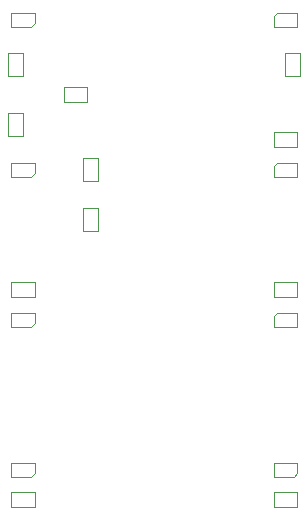
<source format=gbr>
G04 #@! TF.GenerationSoftware,KiCad,Pcbnew,6.0.11-2627ca5db0~126~ubuntu22.04.1*
G04 #@! TF.CreationDate,2023-12-06T10:13:38+01:00*
G04 #@! TF.ProjectId,pushbutton8,70757368-6275-4747-946f-6e382e6b6963,3*
G04 #@! TF.SameCoordinates,PX6657f38PY8eeaea0*
G04 #@! TF.FileFunction,AssemblyDrawing,Top*
%FSLAX46Y46*%
G04 Gerber Fmt 4.6, Leading zero omitted, Abs format (unit mm)*
G04 Created by KiCad (PCBNEW 6.0.11-2627ca5db0~126~ubuntu22.04.1) date 2023-12-06 10:13:38*
%MOMM*%
%LPD*%
G01*
G04 APERTURE LIST*
%ADD10C,0.100000*%
G04 APERTURE END LIST*
D10*
X13980000Y25362500D02*
X15230000Y25362500D01*
X15230000Y25362500D02*
X15230000Y23362500D01*
X13980000Y23362500D02*
X13980000Y25362500D01*
X15230000Y23362500D02*
X13980000Y23362500D01*
X14335000Y34300000D02*
X12335000Y34300000D01*
X12335000Y34300000D02*
X12335000Y35550000D01*
X14335000Y35550000D02*
X14335000Y34300000D01*
X12335000Y35550000D02*
X14335000Y35550000D01*
X9890000Y41875000D02*
X7890000Y41875000D01*
X7890000Y41875000D02*
X7890000Y40675000D01*
X9890000Y40975000D02*
X9890000Y41875000D01*
X9590000Y40675000D02*
X9890000Y40975000D01*
X7890000Y40675000D02*
X9590000Y40675000D01*
X9590000Y27975000D02*
X9890000Y28275000D01*
X7890000Y29175000D02*
X7890000Y27975000D01*
X7890000Y27975000D02*
X9590000Y27975000D01*
X9890000Y29175000D02*
X7890000Y29175000D01*
X9890000Y28275000D02*
X9890000Y29175000D01*
X9890000Y16475000D02*
X7890000Y16475000D01*
X9890000Y15575000D02*
X9890000Y16475000D01*
X9590000Y15275000D02*
X9890000Y15575000D01*
X7890000Y15275000D02*
X9590000Y15275000D01*
X7890000Y16475000D02*
X7890000Y15275000D01*
X9890000Y3775000D02*
X7890000Y3775000D01*
X7890000Y2575000D02*
X9590000Y2575000D01*
X7890000Y3775000D02*
X7890000Y2575000D01*
X9890000Y2875000D02*
X9890000Y3775000D01*
X9590000Y2575000D02*
X9890000Y2875000D01*
X30115000Y40675000D02*
X32115000Y40675000D01*
X32115000Y40675000D02*
X32115000Y41875000D01*
X30115000Y41575000D02*
X30115000Y40675000D01*
X30415000Y41875000D02*
X30115000Y41575000D01*
X32115000Y41875000D02*
X30415000Y41875000D01*
X32115000Y29175000D02*
X30415000Y29175000D01*
X30115000Y27975000D02*
X32115000Y27975000D01*
X30415000Y29175000D02*
X30115000Y28875000D01*
X30115000Y28875000D02*
X30115000Y27975000D01*
X32115000Y27975000D02*
X32115000Y29175000D01*
X30415000Y16475000D02*
X30115000Y16175000D01*
X32115000Y16475000D02*
X30415000Y16475000D01*
X32115000Y15275000D02*
X32115000Y16475000D01*
X30115000Y16175000D02*
X30115000Y15275000D01*
X30115000Y15275000D02*
X32115000Y15275000D01*
X31815000Y2575000D02*
X32115000Y2875000D01*
X32115000Y2875000D02*
X32115000Y3775000D01*
X32115000Y3775000D02*
X30115000Y3775000D01*
X30115000Y2575000D02*
X31815000Y2575000D01*
X30115000Y3775000D02*
X30115000Y2575000D01*
X8880000Y38465000D02*
X8880000Y36465000D01*
X7630000Y36465000D02*
X7630000Y38465000D01*
X8880000Y36465000D02*
X7630000Y36465000D01*
X7630000Y38465000D02*
X8880000Y38465000D01*
X8880000Y33385000D02*
X8880000Y31385000D01*
X8880000Y31385000D02*
X7630000Y31385000D01*
X7630000Y31385000D02*
X7630000Y33385000D01*
X7630000Y33385000D02*
X8880000Y33385000D01*
X7890000Y19040000D02*
X9890000Y19040000D01*
X9890000Y17790000D02*
X7890000Y17790000D01*
X7890000Y17790000D02*
X7890000Y19040000D01*
X9890000Y19040000D02*
X9890000Y17790000D01*
X7890000Y1260000D02*
X9890000Y1260000D01*
X9890000Y1260000D02*
X9890000Y10000D01*
X7890000Y10000D02*
X7890000Y1260000D01*
X9890000Y10000D02*
X7890000Y10000D01*
X32375000Y38465000D02*
X32375000Y36465000D01*
X31125000Y36465000D02*
X31125000Y38465000D01*
X31125000Y38465000D02*
X32375000Y38465000D01*
X32375000Y36465000D02*
X31125000Y36465000D01*
X30115000Y30490000D02*
X30115000Y31740000D01*
X32115000Y31740000D02*
X32115000Y30490000D01*
X30115000Y31740000D02*
X32115000Y31740000D01*
X32115000Y30490000D02*
X30115000Y30490000D01*
X30115000Y17790000D02*
X30115000Y19040000D01*
X30115000Y19040000D02*
X32115000Y19040000D01*
X32115000Y17790000D02*
X30115000Y17790000D01*
X32115000Y19040000D02*
X32115000Y17790000D01*
X30115000Y10000D02*
X30115000Y1260000D01*
X32115000Y1260000D02*
X32115000Y10000D01*
X32115000Y10000D02*
X30115000Y10000D01*
X30115000Y1260000D02*
X32115000Y1260000D01*
X15230000Y29575000D02*
X15230000Y27575000D01*
X13980000Y29575000D02*
X15230000Y29575000D01*
X13980000Y27575000D02*
X13980000Y29575000D01*
X15230000Y27575000D02*
X13980000Y27575000D01*
M02*

</source>
